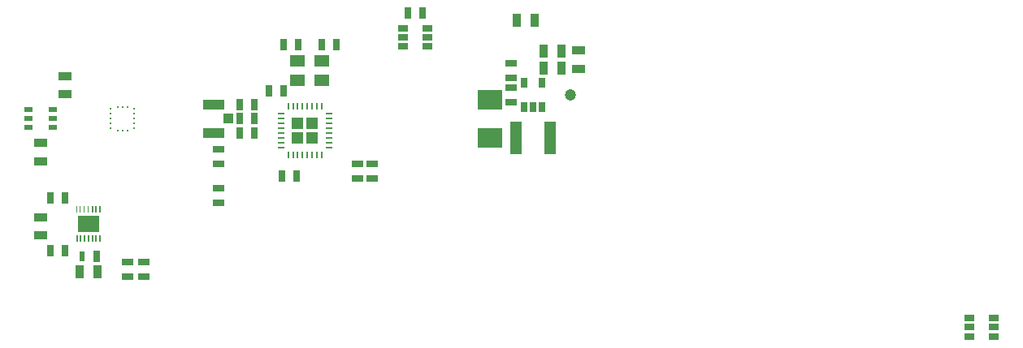
<source format=gbr>
G04 #@! TF.FileFunction,Paste,Top*
%FSLAX46Y46*%
G04 Gerber Fmt 4.6, Leading zero omitted, Abs format (unit mm)*
G04 Created by KiCad (PCBNEW 4.0.2+dfsg1-stable) date mer. 17 juil. 2019 11:13:31 CEST*
%MOMM*%
G01*
G04 APERTURE LIST*
%ADD10C,0.100000*%
%ADD11R,1.397000X0.889000*%
%ADD12R,0.930760X0.631040*%
%ADD13R,1.000000X1.000000*%
%ADD14R,2.200000X1.100000*%
%ADD15R,0.635000X1.143000*%
%ADD16R,1.143000X0.635000*%
%ADD17R,1.500000X1.200000*%
%ADD18R,0.889000X1.397000*%
%ADD19R,1.000760X0.701040*%
%ADD20R,2.500000X2.000000*%
%ADD21R,1.300000X3.400000*%
%ADD22R,0.280000X0.180000*%
%ADD23R,0.180000X0.280000*%
%ADD24R,0.209400X0.780900*%
%ADD25R,0.780900X0.209400*%
%ADD26R,0.780000X0.210000*%
%ADD27R,1.200000X1.200000*%
%ADD28C,1.198880*%
%ADD29R,0.565000X1.073000*%
%ADD30R,0.152400X0.711200*%
%ADD31R,0.082400X0.641200*%
%ADD32R,2.317600X1.733400*%
%ADD33R,1.327000X0.819000*%
%ADD34R,0.701040X1.000760*%
G04 APERTURE END LIST*
D10*
D11*
X90500000Y-109452500D03*
X90500000Y-107547500D03*
D12*
X89230000Y-105952500D03*
X89230000Y-105000000D03*
X89230000Y-104047500D03*
X91770000Y-104047500D03*
X91770000Y-105000000D03*
X91770000Y-105952500D03*
D13*
X110000000Y-105000000D03*
D14*
X108500000Y-106500000D03*
X108500000Y-103500000D03*
D15*
X111238000Y-105000000D03*
X112762000Y-105000000D03*
D16*
X109000000Y-109762000D03*
X109000000Y-108238000D03*
D15*
X112762000Y-103500000D03*
X111238000Y-103500000D03*
X115812000Y-102110000D03*
X114288000Y-102110000D03*
D17*
X119750000Y-99000000D03*
X117250000Y-99000000D03*
X117250000Y-101000000D03*
X119750000Y-101000000D03*
D15*
X117262000Y-97250000D03*
X115738000Y-97250000D03*
X119738000Y-97250000D03*
X121262000Y-97250000D03*
X112762000Y-106500000D03*
X111238000Y-106500000D03*
X117142000Y-111000000D03*
X115618000Y-111000000D03*
D16*
X99500000Y-121512000D03*
X99500000Y-119988000D03*
X101250000Y-119988000D03*
X101250000Y-121512000D03*
D18*
X94497500Y-121000000D03*
X96402500Y-121000000D03*
D19*
X189770000Y-125817500D03*
X189770000Y-126770000D03*
X189770000Y-127722500D03*
X187230000Y-127722500D03*
X187230000Y-126770000D03*
X187230000Y-125817500D03*
D11*
X146520000Y-97897500D03*
X146520000Y-99802500D03*
D18*
X142847500Y-99710000D03*
X144752500Y-99710000D03*
D20*
X137250000Y-107000000D03*
X137250000Y-103000000D03*
D21*
X143550000Y-107000000D03*
X139950000Y-107000000D03*
D16*
X139500000Y-103262000D03*
X139500000Y-101738000D03*
X139500000Y-100722000D03*
X139500000Y-99198000D03*
D22*
X100225000Y-106000000D03*
X100225000Y-105500000D03*
X100225000Y-105000000D03*
X100225000Y-104500000D03*
X100225000Y-104000000D03*
D23*
X99500000Y-103775000D03*
X99000000Y-103775000D03*
X98500000Y-103775000D03*
D22*
X97775000Y-104000000D03*
X97775000Y-104500000D03*
X97775000Y-105000000D03*
X97775000Y-105500000D03*
X97775000Y-106000000D03*
D23*
X98500000Y-106225000D03*
X99000000Y-106225000D03*
X99500000Y-106225000D03*
D24*
X119750060Y-108749360D03*
D25*
X120499360Y-108000060D03*
D24*
X119750060Y-103750640D03*
X119249680Y-103750640D03*
X118749300Y-103750640D03*
X118248920Y-103750640D03*
X117250700Y-103750640D03*
X116750320Y-103750640D03*
D26*
X115500000Y-106500000D03*
D24*
X116249940Y-103750640D03*
D26*
X115500000Y-104500000D03*
X115500000Y-105000000D03*
X115500000Y-105500000D03*
X115500000Y-106000000D03*
X115500000Y-107000000D03*
X115500000Y-107500000D03*
X115500000Y-108000000D03*
D24*
X116249940Y-108749360D03*
X116750320Y-108749360D03*
X117250700Y-108749360D03*
X117751080Y-108749360D03*
X118248920Y-108749360D03*
X118749300Y-108749360D03*
X119249680Y-108749360D03*
D27*
X118750000Y-105500000D03*
D24*
X117751080Y-103750640D03*
D25*
X120499360Y-104499940D03*
X120499360Y-105000320D03*
X120499360Y-105500700D03*
X120499360Y-106001080D03*
X120499360Y-106498920D03*
X120499360Y-106999300D03*
X120499360Y-107499680D03*
D27*
X118750000Y-107000000D03*
X117250000Y-105500000D03*
X117250000Y-107000000D03*
D16*
X123500000Y-109738000D03*
X123500000Y-111262000D03*
X109000000Y-113762000D03*
X109000000Y-112238000D03*
X125010000Y-109738000D03*
X125010000Y-111262000D03*
D28*
X145640000Y-102500000D03*
D15*
X93012000Y-118750000D03*
X91488000Y-118750000D03*
D29*
X94748000Y-119350000D03*
D15*
X96272000Y-119350000D03*
D30*
X94250000Y-117498600D03*
X94649999Y-117498600D03*
X95050001Y-117498600D03*
X95450000Y-117498600D03*
X95849999Y-117498600D03*
X96250001Y-117498600D03*
X96650000Y-117498600D03*
X96650000Y-114501400D03*
X96250001Y-114501400D03*
X95849999Y-114501400D03*
D31*
X95450000Y-114501400D03*
X95050001Y-114501400D03*
X94649999Y-114501400D03*
X94250000Y-114501400D03*
D32*
X95450000Y-116000000D03*
D19*
X130770000Y-95547500D03*
X130770000Y-96500000D03*
X130770000Y-97452500D03*
X128230000Y-97452500D03*
X128230000Y-96500000D03*
X128230000Y-95547500D03*
D15*
X130262000Y-94000000D03*
X128738000Y-94000000D03*
D18*
X140047500Y-94750000D03*
X141952500Y-94750000D03*
D33*
X93000000Y-102452500D03*
D11*
X93000000Y-100547500D03*
D18*
X144752500Y-97990000D03*
X142847500Y-97990000D03*
D34*
X140797500Y-101230000D03*
X142702500Y-101230000D03*
X142702500Y-103770000D03*
X141750000Y-103770000D03*
X140797500Y-103770000D03*
D11*
X90500000Y-117202500D03*
X90500000Y-115297500D03*
D15*
X93012000Y-113260000D03*
X91488000Y-113260000D03*
M02*

</source>
